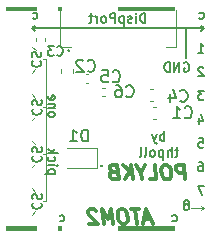
<source format=gbo>
%TF.GenerationSoftware,KiCad,Pcbnew,(5.1.9)-1*%
%TF.CreationDate,2021-09-16T08:42:28+02:00*%
%TF.ProjectId,poly_kb,706f6c79-5f6b-4622-9e6b-696361645f70,rev?*%
%TF.SameCoordinates,Original*%
%TF.FileFunction,Legend,Bot*%
%TF.FilePolarity,Positive*%
%FSLAX46Y46*%
G04 Gerber Fmt 4.6, Leading zero omitted, Abs format (unit mm)*
G04 Created by KiCad (PCBNEW (5.1.9)-1) date 2021-09-16 08:42:28*
%MOMM*%
%LPD*%
G01*
G04 APERTURE LIST*
%ADD10C,0.153000*%
%ADD11C,0.127000*%
%ADD12C,0.120000*%
%ADD13C,0.150000*%
%ADD14C,0.180000*%
%ADD15C,0.300000*%
%ADD16R,0.600000X0.450000*%
%ADD17R,0.300000X1.150000*%
%ADD18R,0.300000X0.650000*%
%ADD19C,2.200000*%
%ADD20C,4.000000*%
%ADD21C,1.700000*%
%ADD22R,2.000000X1.500000*%
%ADD23R,1.500000X1.500000*%
G04 APERTURE END LIST*
D10*
X263271023Y-108337309D02*
X263347214Y-108375404D01*
X263499595Y-108375404D01*
X263575785Y-108337309D01*
X263613880Y-108299214D01*
X263651976Y-108223023D01*
X263651976Y-107994452D01*
X263613880Y-107918261D01*
X263575785Y-107880166D01*
X263499595Y-107842071D01*
X263347214Y-107842071D01*
X263271023Y-107880166D01*
X277368023Y-108337309D02*
X277444214Y-108375404D01*
X277596595Y-108375404D01*
X277672785Y-108337309D01*
X277710880Y-108299214D01*
X277748976Y-108223023D01*
X277748976Y-107994452D01*
X277710880Y-107918261D01*
X277672785Y-107880166D01*
X277596595Y-107842071D01*
X277444214Y-107842071D01*
X277368023Y-107880166D01*
D11*
G36*
X263652000Y-126301500D02*
G01*
X260985000Y-126301500D01*
X260985000Y-125920500D01*
X263652000Y-125920500D01*
X263652000Y-126301500D01*
G37*
G36*
X265747500Y-126301500D02*
G01*
X265366500Y-126301500D01*
X265366500Y-125920500D01*
X265747500Y-125920500D01*
X265747500Y-126301500D01*
G37*
G36*
X265747500Y-107723000D02*
G01*
X265366500Y-107723000D01*
X265366500Y-107342000D01*
X265747500Y-107342000D01*
X265747500Y-107723000D01*
G37*
G36*
X263652000Y-107723000D02*
G01*
X260985000Y-107723000D01*
X260985000Y-107342000D01*
X263652000Y-107342000D01*
X263652000Y-107723000D01*
G37*
G36*
X275272500Y-126301500D02*
G01*
X270510000Y-126301500D01*
X270510000Y-125920500D01*
X275272500Y-125920500D01*
X275272500Y-126301500D01*
G37*
G36*
X275272500Y-107723000D02*
G01*
X270510000Y-107723000D01*
X270510000Y-107342000D01*
X275272500Y-107342000D01*
X275272500Y-107723000D01*
G37*
D12*
X263220200Y-110718600D02*
X263525000Y-110998000D01*
X263499600Y-112623600D02*
X263220200Y-112928400D01*
X263194800Y-114757200D02*
X263499600Y-115036600D01*
X263474200Y-116662200D02*
X263194800Y-116967000D01*
X263194800Y-118719600D02*
X263499600Y-118999000D01*
X263474200Y-120624600D02*
X263194800Y-120929400D01*
X263194800Y-122732800D02*
X263499600Y-123012200D01*
X263474200Y-124637800D02*
X263194800Y-124942600D01*
D13*
X274415190Y-118685904D02*
X274415190Y-117885904D01*
X274415190Y-118190666D02*
X274339000Y-118152571D01*
X274186619Y-118152571D01*
X274110428Y-118190666D01*
X274072333Y-118228761D01*
X274034238Y-118304952D01*
X274034238Y-118533523D01*
X274072333Y-118609714D01*
X274110428Y-118647809D01*
X274186619Y-118685904D01*
X274339000Y-118685904D01*
X274415190Y-118647809D01*
X273767571Y-118152571D02*
X273577095Y-118685904D01*
X273386619Y-118152571D02*
X273577095Y-118685904D01*
X273653285Y-118876380D01*
X273691380Y-118914476D01*
X273767571Y-118952571D01*
X275596142Y-119502571D02*
X275291380Y-119502571D01*
X275481857Y-119235904D02*
X275481857Y-119921619D01*
X275443761Y-119997809D01*
X275367571Y-120035904D01*
X275291380Y-120035904D01*
X275024714Y-120035904D02*
X275024714Y-119235904D01*
X274681857Y-120035904D02*
X274681857Y-119616857D01*
X274719952Y-119540666D01*
X274796142Y-119502571D01*
X274910428Y-119502571D01*
X274986619Y-119540666D01*
X275024714Y-119578761D01*
X274300904Y-119502571D02*
X274300904Y-120302571D01*
X274300904Y-119540666D02*
X274224714Y-119502571D01*
X274072333Y-119502571D01*
X273996142Y-119540666D01*
X273958047Y-119578761D01*
X273919952Y-119654952D01*
X273919952Y-119883523D01*
X273958047Y-119959714D01*
X273996142Y-119997809D01*
X274072333Y-120035904D01*
X274224714Y-120035904D01*
X274300904Y-119997809D01*
X273462809Y-120035904D02*
X273539000Y-119997809D01*
X273577095Y-119959714D01*
X273615190Y-119883523D01*
X273615190Y-119654952D01*
X273577095Y-119578761D01*
X273539000Y-119540666D01*
X273462809Y-119502571D01*
X273348523Y-119502571D01*
X273272333Y-119540666D01*
X273234238Y-119578761D01*
X273196142Y-119654952D01*
X273196142Y-119883523D01*
X273234238Y-119959714D01*
X273272333Y-119997809D01*
X273348523Y-120035904D01*
X273462809Y-120035904D01*
X272739000Y-120035904D02*
X272815190Y-119997809D01*
X272853285Y-119921619D01*
X272853285Y-119235904D01*
X272319952Y-120035904D02*
X272396142Y-119997809D01*
X272434238Y-119921619D01*
X272434238Y-119235904D01*
D12*
X264363200Y-123774200D02*
X264160000Y-123774200D01*
X264363200Y-119837200D02*
X264134600Y-119837200D01*
X264337800Y-115874800D02*
X264134600Y-115874800D01*
X264337800Y-111760000D02*
X264134600Y-111760000D01*
X264363200Y-111760000D02*
X264363200Y-123774200D01*
D13*
X265118828Y-121500485D02*
X264318828Y-121500485D01*
X265080733Y-121500485D02*
X265118828Y-121424295D01*
X265118828Y-121271914D01*
X265080733Y-121195723D01*
X265042638Y-121157628D01*
X264966447Y-121119533D01*
X264737876Y-121119533D01*
X264661685Y-121157628D01*
X264623590Y-121195723D01*
X264585495Y-121271914D01*
X264585495Y-121424295D01*
X264623590Y-121500485D01*
X264585495Y-120776676D02*
X265118828Y-120776676D01*
X265385495Y-120776676D02*
X265347400Y-120814771D01*
X265309304Y-120776676D01*
X265347400Y-120738580D01*
X265385495Y-120776676D01*
X265309304Y-120776676D01*
X264623590Y-120052866D02*
X264585495Y-120129057D01*
X264585495Y-120281438D01*
X264623590Y-120357628D01*
X264661685Y-120395723D01*
X264737876Y-120433819D01*
X264966447Y-120433819D01*
X265042638Y-120395723D01*
X265080733Y-120357628D01*
X265118828Y-120281438D01*
X265118828Y-120129057D01*
X265080733Y-120052866D01*
X264585495Y-119710009D02*
X265385495Y-119710009D01*
X264890257Y-119633819D02*
X264585495Y-119405247D01*
X265118828Y-119405247D02*
X264814066Y-119710009D01*
X264585495Y-116510009D02*
X264623590Y-116586200D01*
X264661685Y-116624295D01*
X264737876Y-116662390D01*
X264966447Y-116662390D01*
X265042638Y-116624295D01*
X265080733Y-116586200D01*
X265118828Y-116510009D01*
X265118828Y-116395723D01*
X265080733Y-116319533D01*
X265042638Y-116281438D01*
X264966447Y-116243342D01*
X264737876Y-116243342D01*
X264661685Y-116281438D01*
X264623590Y-116319533D01*
X264585495Y-116395723D01*
X264585495Y-116510009D01*
X265118828Y-115900485D02*
X264585495Y-115900485D01*
X265042638Y-115900485D02*
X265080733Y-115862390D01*
X265118828Y-115786200D01*
X265118828Y-115671914D01*
X265080733Y-115595723D01*
X265004542Y-115557628D01*
X264585495Y-115557628D01*
X264623590Y-114871914D02*
X264585495Y-114948104D01*
X264585495Y-115100485D01*
X264623590Y-115176676D01*
X264699780Y-115214771D01*
X265004542Y-115214771D01*
X265080733Y-115176676D01*
X265118828Y-115100485D01*
X265118828Y-114948104D01*
X265080733Y-114871914D01*
X265004542Y-114833819D01*
X264928352Y-114833819D01*
X264852161Y-115214771D01*
D14*
X276225000Y-109169200D02*
X276225000Y-111683800D01*
D12*
X276707600Y-124383800D02*
X277774400Y-124383800D01*
X277774400Y-124383800D02*
X277495000Y-124180600D01*
X277774400Y-124383800D02*
X277495000Y-124587000D01*
D14*
X268681200Y-109169200D02*
X277799800Y-109169200D01*
X277799800Y-109169200D02*
X277520400Y-108966000D01*
X277799800Y-109169200D02*
X277520400Y-109372400D01*
X263220200Y-109169200D02*
X263499600Y-109372400D01*
X263220200Y-109169200D02*
X263499600Y-108966000D01*
X268681200Y-109169200D02*
X263220200Y-109169200D01*
D10*
X275082023Y-125482309D02*
X275158214Y-125520404D01*
X275310595Y-125520404D01*
X275386785Y-125482309D01*
X275424880Y-125444214D01*
X275462976Y-125368023D01*
X275462976Y-125139452D01*
X275424880Y-125063261D01*
X275386785Y-125025166D01*
X275310595Y-124987071D01*
X275158214Y-124987071D01*
X275082023Y-125025166D01*
X265557023Y-125482309D02*
X265633214Y-125520404D01*
X265785595Y-125520404D01*
X265861785Y-125482309D01*
X265899880Y-125444214D01*
X265937976Y-125368023D01*
X265937976Y-125139452D01*
X265899880Y-125063261D01*
X265861785Y-125025166D01*
X265785595Y-124987071D01*
X265633214Y-124987071D01*
X265557023Y-125025166D01*
X276072523Y-112096600D02*
X276148714Y-112058504D01*
X276263000Y-112058504D01*
X276377285Y-112096600D01*
X276453476Y-112172790D01*
X276491571Y-112248980D01*
X276529666Y-112401361D01*
X276529666Y-112515647D01*
X276491571Y-112668028D01*
X276453476Y-112744219D01*
X276377285Y-112820409D01*
X276263000Y-112858504D01*
X276186809Y-112858504D01*
X276072523Y-112820409D01*
X276034428Y-112782314D01*
X276034428Y-112515647D01*
X276186809Y-112515647D01*
X275691571Y-112858504D02*
X275691571Y-112058504D01*
X275234428Y-112858504D01*
X275234428Y-112058504D01*
X274853476Y-112858504D02*
X274853476Y-112058504D01*
X274663000Y-112058504D01*
X274548714Y-112096600D01*
X274472523Y-112172790D01*
X274434428Y-112248980D01*
X274396333Y-112401361D01*
X274396333Y-112515647D01*
X274434428Y-112668028D01*
X274472523Y-112744219D01*
X274548714Y-112820409D01*
X274663000Y-112858504D01*
X274853476Y-112858504D01*
X263264685Y-111918733D02*
X263226590Y-111956828D01*
X263188495Y-112071114D01*
X263188495Y-112147304D01*
X263226590Y-112261590D01*
X263302780Y-112337780D01*
X263378971Y-112375876D01*
X263531352Y-112413971D01*
X263645638Y-112413971D01*
X263798019Y-112375876D01*
X263874209Y-112337780D01*
X263950400Y-112261590D01*
X263988495Y-112147304D01*
X263988495Y-112071114D01*
X263950400Y-111956828D01*
X263912304Y-111918733D01*
X263226590Y-111613971D02*
X263188495Y-111499685D01*
X263188495Y-111309209D01*
X263226590Y-111233019D01*
X263264685Y-111194923D01*
X263340876Y-111156828D01*
X263417066Y-111156828D01*
X263493257Y-111194923D01*
X263531352Y-111233019D01*
X263569447Y-111309209D01*
X263607542Y-111461590D01*
X263645638Y-111537780D01*
X263683733Y-111575876D01*
X263759923Y-111613971D01*
X263836114Y-111613971D01*
X263912304Y-111575876D01*
X263950400Y-111537780D01*
X263988495Y-111461590D01*
X263988495Y-111271114D01*
X263950400Y-111156828D01*
X263290085Y-115982733D02*
X263251990Y-116020828D01*
X263213895Y-116135114D01*
X263213895Y-116211304D01*
X263251990Y-116325590D01*
X263328180Y-116401780D01*
X263404371Y-116439876D01*
X263556752Y-116477971D01*
X263671038Y-116477971D01*
X263823419Y-116439876D01*
X263899609Y-116401780D01*
X263975800Y-116325590D01*
X264013895Y-116211304D01*
X264013895Y-116135114D01*
X263975800Y-116020828D01*
X263937704Y-115982733D01*
X263251990Y-115677971D02*
X263213895Y-115563685D01*
X263213895Y-115373209D01*
X263251990Y-115297019D01*
X263290085Y-115258923D01*
X263366276Y-115220828D01*
X263442466Y-115220828D01*
X263518657Y-115258923D01*
X263556752Y-115297019D01*
X263594847Y-115373209D01*
X263632942Y-115525590D01*
X263671038Y-115601780D01*
X263709133Y-115639876D01*
X263785323Y-115677971D01*
X263861514Y-115677971D01*
X263937704Y-115639876D01*
X263975800Y-115601780D01*
X264013895Y-115525590D01*
X264013895Y-115335114D01*
X263975800Y-115220828D01*
X263290085Y-119987465D02*
X263251990Y-120025560D01*
X263213895Y-120139846D01*
X263213895Y-120216036D01*
X263251990Y-120330322D01*
X263328180Y-120406512D01*
X263404371Y-120444608D01*
X263556752Y-120482703D01*
X263671038Y-120482703D01*
X263823419Y-120444608D01*
X263899609Y-120406512D01*
X263975800Y-120330322D01*
X264013895Y-120216036D01*
X264013895Y-120139846D01*
X263975800Y-120025560D01*
X263937704Y-119987465D01*
X263251990Y-119682703D02*
X263213895Y-119568417D01*
X263213895Y-119377941D01*
X263251990Y-119301751D01*
X263290085Y-119263655D01*
X263366276Y-119225560D01*
X263442466Y-119225560D01*
X263518657Y-119263655D01*
X263556752Y-119301751D01*
X263594847Y-119377941D01*
X263632942Y-119530322D01*
X263671038Y-119606512D01*
X263709133Y-119644608D01*
X263785323Y-119682703D01*
X263861514Y-119682703D01*
X263937704Y-119644608D01*
X263975800Y-119606512D01*
X264013895Y-119530322D01*
X264013895Y-119339846D01*
X263975800Y-119225560D01*
X263290085Y-123958333D02*
X263251990Y-123996428D01*
X263213895Y-124110714D01*
X263213895Y-124186904D01*
X263251990Y-124301190D01*
X263328180Y-124377380D01*
X263404371Y-124415476D01*
X263556752Y-124453571D01*
X263671038Y-124453571D01*
X263823419Y-124415476D01*
X263899609Y-124377380D01*
X263975800Y-124301190D01*
X264013895Y-124186904D01*
X264013895Y-124110714D01*
X263975800Y-123996428D01*
X263937704Y-123958333D01*
X263251990Y-123653571D02*
X263213895Y-123539285D01*
X263213895Y-123348809D01*
X263251990Y-123272619D01*
X263290085Y-123234523D01*
X263366276Y-123196428D01*
X263442466Y-123196428D01*
X263518657Y-123234523D01*
X263556752Y-123272619D01*
X263594847Y-123348809D01*
X263632942Y-123501190D01*
X263671038Y-123577380D01*
X263709133Y-123615476D01*
X263785323Y-123653571D01*
X263861514Y-123653571D01*
X263937704Y-123615476D01*
X263975800Y-123577380D01*
X264013895Y-123501190D01*
X264013895Y-123310714D01*
X263975800Y-123196428D01*
X276351990Y-124085361D02*
X276428180Y-124047266D01*
X276466276Y-124009171D01*
X276504371Y-123932980D01*
X276504371Y-123894885D01*
X276466276Y-123818695D01*
X276428180Y-123780600D01*
X276351990Y-123742504D01*
X276199609Y-123742504D01*
X276123419Y-123780600D01*
X276085323Y-123818695D01*
X276047228Y-123894885D01*
X276047228Y-123932980D01*
X276085323Y-124009171D01*
X276123419Y-124047266D01*
X276199609Y-124085361D01*
X276351990Y-124085361D01*
X276428180Y-124123457D01*
X276466276Y-124161552D01*
X276504371Y-124237742D01*
X276504371Y-124390123D01*
X276466276Y-124466314D01*
X276428180Y-124504409D01*
X276351990Y-124542504D01*
X276199609Y-124542504D01*
X276123419Y-124504409D01*
X276085323Y-124466314D01*
X276047228Y-124390123D01*
X276047228Y-124237742D01*
X276085323Y-124161552D01*
X276123419Y-124123457D01*
X276199609Y-124085361D01*
X277761666Y-122497904D02*
X277228333Y-122497904D01*
X277571190Y-123297904D01*
X277342619Y-120487069D02*
X277495000Y-120487069D01*
X277571190Y-120525165D01*
X277609285Y-120563260D01*
X277685476Y-120677545D01*
X277723571Y-120829926D01*
X277723571Y-121134688D01*
X277685476Y-121210879D01*
X277647380Y-121248974D01*
X277571190Y-121287069D01*
X277418809Y-121287069D01*
X277342619Y-121248974D01*
X277304523Y-121210879D01*
X277266428Y-121134688D01*
X277266428Y-120944212D01*
X277304523Y-120868022D01*
X277342619Y-120829926D01*
X277418809Y-120791831D01*
X277571190Y-120791831D01*
X277647380Y-120829926D01*
X277685476Y-120868022D01*
X277723571Y-120944212D01*
X277304523Y-118476236D02*
X277685476Y-118476236D01*
X277723571Y-118857189D01*
X277685476Y-118819093D01*
X277609285Y-118780998D01*
X277418809Y-118780998D01*
X277342619Y-118819093D01*
X277304523Y-118857189D01*
X277266428Y-118933379D01*
X277266428Y-119123855D01*
X277304523Y-119200046D01*
X277342619Y-119238141D01*
X277418809Y-119276236D01*
X277609285Y-119276236D01*
X277685476Y-119238141D01*
X277723571Y-119200046D01*
X277342619Y-116732070D02*
X277342619Y-117265403D01*
X277533095Y-116427308D02*
X277723571Y-116998737D01*
X277228333Y-116998737D01*
X277761666Y-114454570D02*
X277266428Y-114454570D01*
X277533095Y-114759332D01*
X277418809Y-114759332D01*
X277342619Y-114797427D01*
X277304523Y-114835523D01*
X277266428Y-114911713D01*
X277266428Y-115102189D01*
X277304523Y-115178380D01*
X277342619Y-115216475D01*
X277418809Y-115254570D01*
X277647380Y-115254570D01*
X277723571Y-115216475D01*
X277761666Y-115178380D01*
X277723571Y-112519928D02*
X277685476Y-112481833D01*
X277609285Y-112443737D01*
X277418809Y-112443737D01*
X277342619Y-112481833D01*
X277304523Y-112519928D01*
X277266428Y-112596118D01*
X277266428Y-112672309D01*
X277304523Y-112786594D01*
X277761666Y-113243737D01*
X277266428Y-113243737D01*
X277266428Y-111232904D02*
X277723571Y-111232904D01*
X277495000Y-111232904D02*
X277495000Y-110432904D01*
X277571190Y-110547190D01*
X277647380Y-110623380D01*
X277723571Y-110661476D01*
X272808409Y-108692904D02*
X272808409Y-107892904D01*
X272617933Y-107892904D01*
X272503647Y-107931000D01*
X272427457Y-108007190D01*
X272389361Y-108083380D01*
X272351266Y-108235761D01*
X272351266Y-108350047D01*
X272389361Y-108502428D01*
X272427457Y-108578619D01*
X272503647Y-108654809D01*
X272617933Y-108692904D01*
X272808409Y-108692904D01*
X272008409Y-108692904D02*
X272008409Y-108159571D01*
X272008409Y-107892904D02*
X272046504Y-107931000D01*
X272008409Y-107969095D01*
X271970314Y-107931000D01*
X272008409Y-107892904D01*
X272008409Y-107969095D01*
X271665552Y-108654809D02*
X271589361Y-108692904D01*
X271436980Y-108692904D01*
X271360790Y-108654809D01*
X271322695Y-108578619D01*
X271322695Y-108540523D01*
X271360790Y-108464333D01*
X271436980Y-108426238D01*
X271551266Y-108426238D01*
X271627457Y-108388142D01*
X271665552Y-108311952D01*
X271665552Y-108273857D01*
X271627457Y-108197666D01*
X271551266Y-108159571D01*
X271436980Y-108159571D01*
X271360790Y-108197666D01*
X270979838Y-108159571D02*
X270979838Y-108959571D01*
X270979838Y-108197666D02*
X270903647Y-108159571D01*
X270751266Y-108159571D01*
X270675076Y-108197666D01*
X270636980Y-108235761D01*
X270598885Y-108311952D01*
X270598885Y-108540523D01*
X270636980Y-108616714D01*
X270675076Y-108654809D01*
X270751266Y-108692904D01*
X270903647Y-108692904D01*
X270979838Y-108654809D01*
X270256028Y-108692904D02*
X270256028Y-107892904D01*
X269951266Y-107892904D01*
X269875076Y-107931000D01*
X269836980Y-107969095D01*
X269798885Y-108045285D01*
X269798885Y-108159571D01*
X269836980Y-108235761D01*
X269875076Y-108273857D01*
X269951266Y-108311952D01*
X270256028Y-108311952D01*
X269341742Y-108692904D02*
X269417933Y-108654809D01*
X269456028Y-108616714D01*
X269494123Y-108540523D01*
X269494123Y-108311952D01*
X269456028Y-108235761D01*
X269417933Y-108197666D01*
X269341742Y-108159571D01*
X269227457Y-108159571D01*
X269151266Y-108197666D01*
X269113171Y-108235761D01*
X269075076Y-108311952D01*
X269075076Y-108540523D01*
X269113171Y-108616714D01*
X269151266Y-108654809D01*
X269227457Y-108692904D01*
X269341742Y-108692904D01*
X268732219Y-108692904D02*
X268732219Y-108159571D01*
X268732219Y-108311952D02*
X268694123Y-108235761D01*
X268656028Y-108197666D01*
X268579838Y-108159571D01*
X268503647Y-108159571D01*
X268351266Y-108159571D02*
X268046504Y-108159571D01*
X268236980Y-107892904D02*
X268236980Y-108578619D01*
X268198885Y-108654809D01*
X268122695Y-108692904D01*
X268046504Y-108692904D01*
D13*
X266319000Y-110974142D02*
X266271380Y-111021761D01*
X266319000Y-111069380D01*
X266366619Y-111021761D01*
X266319000Y-110974142D01*
X266319000Y-111069380D01*
X269113000Y-120753142D02*
X269065380Y-120800761D01*
X269113000Y-120848380D01*
X269160619Y-120800761D01*
X269113000Y-120753142D01*
X269113000Y-120848380D01*
D15*
X273276246Y-125358500D02*
X272704817Y-125358500D01*
X273433389Y-125701357D02*
X272883389Y-124501357D01*
X272633389Y-125701357D01*
X272254817Y-124501357D02*
X271569103Y-124501357D01*
X272061960Y-125701357D02*
X271911960Y-124501357D01*
X270940532Y-124501357D02*
X270711960Y-124501357D01*
X270604817Y-124558500D01*
X270504817Y-124672785D01*
X270476246Y-124901357D01*
X270526246Y-125301357D01*
X270611960Y-125529928D01*
X270740532Y-125644214D01*
X270861960Y-125701357D01*
X271090532Y-125701357D01*
X271197675Y-125644214D01*
X271297675Y-125529928D01*
X271326246Y-125301357D01*
X271276246Y-124901357D01*
X271190532Y-124672785D01*
X271061960Y-124558500D01*
X270940532Y-124501357D01*
X270061960Y-125701357D02*
X269911960Y-124501357D01*
X269619103Y-125358500D01*
X269111960Y-124501357D01*
X269261960Y-125701357D01*
X268611960Y-124615642D02*
X268547675Y-124558500D01*
X268426246Y-124501357D01*
X268140532Y-124501357D01*
X268033389Y-124558500D01*
X267983389Y-124615642D01*
X267940532Y-124729928D01*
X267954817Y-124844214D01*
X268033389Y-125015642D01*
X268804817Y-125701357D01*
X268061960Y-125701357D01*
X276195589Y-121954857D02*
X276045589Y-120754857D01*
X275588446Y-120754857D01*
X275481303Y-120812000D01*
X275431303Y-120869142D01*
X275388446Y-120983428D01*
X275409875Y-121154857D01*
X275481303Y-121269142D01*
X275545589Y-121326285D01*
X275667017Y-121383428D01*
X276124160Y-121383428D01*
X274617017Y-120754857D02*
X274388446Y-120754857D01*
X274281303Y-120812000D01*
X274181303Y-120926285D01*
X274152732Y-121154857D01*
X274202732Y-121554857D01*
X274288446Y-121783428D01*
X274417017Y-121897714D01*
X274538446Y-121954857D01*
X274767017Y-121954857D01*
X274874160Y-121897714D01*
X274974160Y-121783428D01*
X275002732Y-121554857D01*
X274952732Y-121154857D01*
X274867017Y-120926285D01*
X274738446Y-120812000D01*
X274617017Y-120754857D01*
X273167017Y-121954857D02*
X273738446Y-121954857D01*
X273588446Y-120754857D01*
X272467017Y-121383428D02*
X272538446Y-121954857D01*
X272788446Y-120754857D02*
X272467017Y-121383428D01*
X271988446Y-120754857D01*
X271738446Y-121954857D02*
X271588446Y-120754857D01*
X271052732Y-121954857D02*
X271481303Y-121269142D01*
X270902732Y-120754857D02*
X271674160Y-121440571D01*
X270059875Y-121326285D02*
X269895589Y-121383428D01*
X269845589Y-121440571D01*
X269802732Y-121554857D01*
X269824160Y-121726285D01*
X269895589Y-121840571D01*
X269959875Y-121897714D01*
X270081303Y-121954857D01*
X270538446Y-121954857D01*
X270388446Y-120754857D01*
X269988446Y-120754857D01*
X269881303Y-120812000D01*
X269831303Y-120869142D01*
X269788446Y-120983428D01*
X269802732Y-121097714D01*
X269874160Y-121212000D01*
X269938446Y-121269142D01*
X270059875Y-121326285D01*
X270459875Y-121326285D01*
D12*
%TO.C,D1*%
X268708000Y-119292000D02*
X266158000Y-119292000D01*
X268708000Y-120992000D02*
X266158000Y-120992000D01*
X268708000Y-119292000D02*
X268708000Y-120992000D01*
%TO.C,J1*%
X275405000Y-110725000D02*
X274510000Y-110725000D01*
X265615000Y-110725000D02*
X266510000Y-110725000D01*
X275410000Y-107620000D02*
X275410000Y-110725000D01*
X265615000Y-107625000D02*
X265615000Y-110725000D01*
%TO.C,C4*%
X273444580Y-115318000D02*
X273163420Y-115318000D01*
X273444580Y-114298000D02*
X273163420Y-114298000D01*
%TO.C,C6*%
X269132164Y-114914000D02*
X269347836Y-114914000D01*
X269132164Y-114194000D02*
X269347836Y-114194000D01*
%TO.C,C5*%
X267763164Y-113771000D02*
X267978836Y-113771000D01*
X267763164Y-113051000D02*
X267978836Y-113051000D01*
%TO.C,C3*%
X264266000Y-110216836D02*
X264266000Y-110001164D01*
X263546000Y-110216836D02*
X263546000Y-110001164D01*
%TO.C,C2*%
X266702000Y-112916580D02*
X266702000Y-112635420D01*
X265682000Y-112916580D02*
X265682000Y-112635420D01*
%TO.C,C1*%
X273698580Y-115822000D02*
X273417420Y-115822000D01*
X273698580Y-116842000D02*
X273417420Y-116842000D01*
%TO.C,D1*%
D13*
X267946095Y-118744380D02*
X267946095Y-117744380D01*
X267708000Y-117744380D01*
X267565142Y-117792000D01*
X267469904Y-117887238D01*
X267422285Y-117982476D01*
X267374666Y-118172952D01*
X267374666Y-118315809D01*
X267422285Y-118506285D01*
X267469904Y-118601523D01*
X267565142Y-118696761D01*
X267708000Y-118744380D01*
X267946095Y-118744380D01*
X266422285Y-118744380D02*
X266993714Y-118744380D01*
X266708000Y-118744380D02*
X266708000Y-117744380D01*
X266803238Y-117887238D01*
X266898476Y-117982476D01*
X266993714Y-118030095D01*
%TO.C,C4*%
X275756666Y-115292142D02*
X275804285Y-115339761D01*
X275947142Y-115387380D01*
X276042380Y-115387380D01*
X276185238Y-115339761D01*
X276280476Y-115244523D01*
X276328095Y-115149285D01*
X276375714Y-114958809D01*
X276375714Y-114815952D01*
X276328095Y-114625476D01*
X276280476Y-114530238D01*
X276185238Y-114435000D01*
X276042380Y-114387380D01*
X275947142Y-114387380D01*
X275804285Y-114435000D01*
X275756666Y-114482619D01*
X274899523Y-114720714D02*
X274899523Y-115387380D01*
X275137619Y-114339761D02*
X275375714Y-115054047D01*
X274756666Y-115054047D01*
%TO.C,C6*%
X271184666Y-114911142D02*
X271232285Y-114958761D01*
X271375142Y-115006380D01*
X271470380Y-115006380D01*
X271613238Y-114958761D01*
X271708476Y-114863523D01*
X271756095Y-114768285D01*
X271803714Y-114577809D01*
X271803714Y-114434952D01*
X271756095Y-114244476D01*
X271708476Y-114149238D01*
X271613238Y-114054000D01*
X271470380Y-114006380D01*
X271375142Y-114006380D01*
X271232285Y-114054000D01*
X271184666Y-114101619D01*
X270327523Y-114006380D02*
X270518000Y-114006380D01*
X270613238Y-114054000D01*
X270660857Y-114101619D01*
X270756095Y-114244476D01*
X270803714Y-114434952D01*
X270803714Y-114815904D01*
X270756095Y-114911142D01*
X270708476Y-114958761D01*
X270613238Y-115006380D01*
X270422761Y-115006380D01*
X270327523Y-114958761D01*
X270279904Y-114911142D01*
X270232285Y-114815904D01*
X270232285Y-114577809D01*
X270279904Y-114482571D01*
X270327523Y-114434952D01*
X270422761Y-114387333D01*
X270613238Y-114387333D01*
X270708476Y-114434952D01*
X270756095Y-114482571D01*
X270803714Y-114577809D01*
%TO.C,C5*%
X270041666Y-113641142D02*
X270089285Y-113688761D01*
X270232142Y-113736380D01*
X270327380Y-113736380D01*
X270470238Y-113688761D01*
X270565476Y-113593523D01*
X270613095Y-113498285D01*
X270660714Y-113307809D01*
X270660714Y-113164952D01*
X270613095Y-112974476D01*
X270565476Y-112879238D01*
X270470238Y-112784000D01*
X270327380Y-112736380D01*
X270232142Y-112736380D01*
X270089285Y-112784000D01*
X270041666Y-112831619D01*
X269136904Y-112736380D02*
X269613095Y-112736380D01*
X269660714Y-113212571D01*
X269613095Y-113164952D01*
X269517857Y-113117333D01*
X269279761Y-113117333D01*
X269184523Y-113164952D01*
X269136904Y-113212571D01*
X269089285Y-113307809D01*
X269089285Y-113545904D01*
X269136904Y-113641142D01*
X269184523Y-113688761D01*
X269279761Y-113736380D01*
X269517857Y-113736380D01*
X269613095Y-113688761D01*
X269660714Y-113641142D01*
%TO.C,C3*%
D10*
X265309333Y-111410714D02*
X265347428Y-111448809D01*
X265461714Y-111486904D01*
X265537904Y-111486904D01*
X265652190Y-111448809D01*
X265728380Y-111372619D01*
X265766476Y-111296428D01*
X265804571Y-111144047D01*
X265804571Y-111029761D01*
X265766476Y-110877380D01*
X265728380Y-110801190D01*
X265652190Y-110725000D01*
X265537904Y-110686904D01*
X265461714Y-110686904D01*
X265347428Y-110725000D01*
X265309333Y-110763095D01*
X265042666Y-110686904D02*
X264547428Y-110686904D01*
X264814095Y-110991666D01*
X264699809Y-110991666D01*
X264623619Y-111029761D01*
X264585523Y-111067857D01*
X264547428Y-111144047D01*
X264547428Y-111334523D01*
X264585523Y-111410714D01*
X264623619Y-111448809D01*
X264699809Y-111486904D01*
X264928380Y-111486904D01*
X265004571Y-111448809D01*
X265042666Y-111410714D01*
%TO.C,C2*%
D13*
X267908066Y-112752142D02*
X267955685Y-112799761D01*
X268098542Y-112847380D01*
X268193780Y-112847380D01*
X268336638Y-112799761D01*
X268431876Y-112704523D01*
X268479495Y-112609285D01*
X268527114Y-112418809D01*
X268527114Y-112275952D01*
X268479495Y-112085476D01*
X268431876Y-111990238D01*
X268336638Y-111895000D01*
X268193780Y-111847380D01*
X268098542Y-111847380D01*
X267955685Y-111895000D01*
X267908066Y-111942619D01*
X267527114Y-111942619D02*
X267479495Y-111895000D01*
X267384257Y-111847380D01*
X267146161Y-111847380D01*
X267050923Y-111895000D01*
X267003304Y-111942619D01*
X266955685Y-112037857D01*
X266955685Y-112133095D01*
X267003304Y-112275952D01*
X267574733Y-112847380D01*
X266955685Y-112847380D01*
%TO.C,C1*%
X276137666Y-116689142D02*
X276185285Y-116736761D01*
X276328142Y-116784380D01*
X276423380Y-116784380D01*
X276566238Y-116736761D01*
X276661476Y-116641523D01*
X276709095Y-116546285D01*
X276756714Y-116355809D01*
X276756714Y-116212952D01*
X276709095Y-116022476D01*
X276661476Y-115927238D01*
X276566238Y-115832000D01*
X276423380Y-115784380D01*
X276328142Y-115784380D01*
X276185285Y-115832000D01*
X276137666Y-115879619D01*
X275185285Y-116784380D02*
X275756714Y-116784380D01*
X275471000Y-116784380D02*
X275471000Y-115784380D01*
X275566238Y-115927238D01*
X275661476Y-116022476D01*
X275756714Y-116070095D01*
%TD*%
%LPC*%
D16*
%TO.C,D1*%
X266158000Y-120142000D03*
X268258000Y-120142000D03*
%TD*%
D17*
%TO.C,J1*%
X274895000Y-108315000D03*
X266125000Y-108315000D03*
D18*
X274260000Y-111125000D03*
X273760000Y-111125000D03*
X273260000Y-111125000D03*
X272760000Y-111125000D03*
X272260000Y-111125000D03*
X271760000Y-111125000D03*
X271260000Y-111125000D03*
X270760000Y-111125000D03*
X270260000Y-111125000D03*
X269760000Y-111125000D03*
X269260000Y-111125000D03*
X268760000Y-111125000D03*
X268260000Y-111125000D03*
X267760000Y-111125000D03*
X267260000Y-111125000D03*
X266760000Y-111125000D03*
%TD*%
D19*
%TO.C,SW1*%
X273050000Y-113030000D03*
X266700000Y-115570000D03*
D20*
X270510000Y-118110000D03*
D21*
X265430000Y-118110000D03*
X275590000Y-118110000D03*
%TD*%
D11*
%TO.C,J5*%
G36*
X262101000Y-124090000D02*
G01*
X262101000Y-123590000D01*
X263001000Y-122690000D01*
X263001000Y-124990000D01*
X262101000Y-124090000D01*
G37*
G36*
X262101000Y-120090000D02*
G01*
X262101000Y-119590000D01*
X263001000Y-118690000D01*
X263001000Y-120990000D01*
X262101000Y-120090000D01*
G37*
G36*
X262101000Y-116090000D02*
G01*
X262101000Y-115590000D01*
X263001000Y-114690000D01*
X263001000Y-116990000D01*
X262101000Y-116090000D01*
G37*
G36*
X262101000Y-112090000D02*
G01*
X262101000Y-111590000D01*
X263001000Y-110690000D01*
X263001000Y-112990000D01*
X262101000Y-112090000D01*
G37*
G36*
X261801000Y-124090000D02*
G01*
X263001000Y-125290000D01*
X263001000Y-125590000D01*
X261001000Y-125590000D01*
X261001000Y-124090000D01*
X261801000Y-124090000D01*
G37*
G36*
X263001000Y-122090000D02*
G01*
X263001000Y-122390000D01*
X261801000Y-123590000D01*
X261001000Y-123590000D01*
X261001000Y-122090000D01*
X263001000Y-122090000D01*
G37*
G36*
X261801000Y-120090000D02*
G01*
X263001000Y-121290000D01*
X263001000Y-121590000D01*
X261001000Y-121590000D01*
X261001000Y-120090000D01*
X261801000Y-120090000D01*
G37*
G36*
X263001000Y-118090000D02*
G01*
X263001000Y-118390000D01*
X261801000Y-119590000D01*
X261001000Y-119590000D01*
X261001000Y-118090000D01*
X263001000Y-118090000D01*
G37*
G36*
X261801000Y-116090000D02*
G01*
X263001000Y-117290000D01*
X263001000Y-117590000D01*
X261001000Y-117590000D01*
X261001000Y-116090000D01*
X261801000Y-116090000D01*
G37*
G36*
X263001000Y-114090000D02*
G01*
X263001000Y-114390000D01*
X261801000Y-115590000D01*
X261001000Y-115590000D01*
X261001000Y-114090000D01*
X263001000Y-114090000D01*
G37*
G36*
X261801000Y-112090000D02*
G01*
X263001000Y-113290000D01*
X263001000Y-113590000D01*
X261001000Y-113590000D01*
X261001000Y-112090000D01*
X261801000Y-112090000D01*
G37*
G36*
X263001000Y-110090000D02*
G01*
X263001000Y-110390000D01*
X261801000Y-111590000D01*
X261001000Y-111590000D01*
X261001000Y-110090000D01*
X263001000Y-110090000D01*
G37*
D22*
X262001000Y-108840000D03*
%TD*%
%TO.C,J6*%
X279019000Y-124840000D03*
X279019000Y-122840000D03*
X279019000Y-120840000D03*
X279019000Y-108840000D03*
X279019000Y-118840000D03*
X279019000Y-110840000D03*
X279019000Y-112840000D03*
X279019000Y-114840000D03*
X279019000Y-116840000D03*
%TD*%
D23*
%TO.C,J9*%
X276479000Y-125603000D03*
%TD*%
%TO.C,J8*%
X264541000Y-108077000D03*
%TD*%
%TO.C,J7*%
X264541000Y-125603000D03*
%TD*%
%TO.C,J2*%
X276479000Y-108077000D03*
%TD*%
%TO.C,C4*%
G36*
G01*
X272979000Y-114558000D02*
X272979000Y-115058000D01*
G75*
G02*
X272754000Y-115283000I-225000J0D01*
G01*
X272304000Y-115283000D01*
G75*
G02*
X272079000Y-115058000I0J225000D01*
G01*
X272079000Y-114558000D01*
G75*
G02*
X272304000Y-114333000I225000J0D01*
G01*
X272754000Y-114333000D01*
G75*
G02*
X272979000Y-114558000I0J-225000D01*
G01*
G37*
G36*
G01*
X274529000Y-114558000D02*
X274529000Y-115058000D01*
G75*
G02*
X274304000Y-115283000I-225000J0D01*
G01*
X273854000Y-115283000D01*
G75*
G02*
X273629000Y-115058000I0J225000D01*
G01*
X273629000Y-114558000D01*
G75*
G02*
X273854000Y-114333000I225000J0D01*
G01*
X274304000Y-114333000D01*
G75*
G02*
X274529000Y-114558000I0J-225000D01*
G01*
G37*
%TD*%
%TO.C,C6*%
G36*
G01*
X269440000Y-114724000D02*
X269440000Y-114384000D01*
G75*
G02*
X269580000Y-114244000I140000J0D01*
G01*
X269860000Y-114244000D01*
G75*
G02*
X270000000Y-114384000I0J-140000D01*
G01*
X270000000Y-114724000D01*
G75*
G02*
X269860000Y-114864000I-140000J0D01*
G01*
X269580000Y-114864000D01*
G75*
G02*
X269440000Y-114724000I0J140000D01*
G01*
G37*
G36*
G01*
X268480000Y-114724000D02*
X268480000Y-114384000D01*
G75*
G02*
X268620000Y-114244000I140000J0D01*
G01*
X268900000Y-114244000D01*
G75*
G02*
X269040000Y-114384000I0J-140000D01*
G01*
X269040000Y-114724000D01*
G75*
G02*
X268900000Y-114864000I-140000J0D01*
G01*
X268620000Y-114864000D01*
G75*
G02*
X268480000Y-114724000I0J140000D01*
G01*
G37*
%TD*%
%TO.C,C5*%
G36*
G01*
X268071000Y-113581000D02*
X268071000Y-113241000D01*
G75*
G02*
X268211000Y-113101000I140000J0D01*
G01*
X268491000Y-113101000D01*
G75*
G02*
X268631000Y-113241000I0J-140000D01*
G01*
X268631000Y-113581000D01*
G75*
G02*
X268491000Y-113721000I-140000J0D01*
G01*
X268211000Y-113721000D01*
G75*
G02*
X268071000Y-113581000I0J140000D01*
G01*
G37*
G36*
G01*
X267111000Y-113581000D02*
X267111000Y-113241000D01*
G75*
G02*
X267251000Y-113101000I140000J0D01*
G01*
X267531000Y-113101000D01*
G75*
G02*
X267671000Y-113241000I0J-140000D01*
G01*
X267671000Y-113581000D01*
G75*
G02*
X267531000Y-113721000I-140000J0D01*
G01*
X267251000Y-113721000D01*
G75*
G02*
X267111000Y-113581000I0J140000D01*
G01*
G37*
%TD*%
%TO.C,C3*%
G36*
G01*
X264076000Y-109909000D02*
X263736000Y-109909000D01*
G75*
G02*
X263596000Y-109769000I0J140000D01*
G01*
X263596000Y-109489000D01*
G75*
G02*
X263736000Y-109349000I140000J0D01*
G01*
X264076000Y-109349000D01*
G75*
G02*
X264216000Y-109489000I0J-140000D01*
G01*
X264216000Y-109769000D01*
G75*
G02*
X264076000Y-109909000I-140000J0D01*
G01*
G37*
G36*
G01*
X264076000Y-110869000D02*
X263736000Y-110869000D01*
G75*
G02*
X263596000Y-110729000I0J140000D01*
G01*
X263596000Y-110449000D01*
G75*
G02*
X263736000Y-110309000I140000J0D01*
G01*
X264076000Y-110309000D01*
G75*
G02*
X264216000Y-110449000I0J-140000D01*
G01*
X264216000Y-110729000D01*
G75*
G02*
X264076000Y-110869000I-140000J0D01*
G01*
G37*
%TD*%
%TO.C,C2*%
G36*
G01*
X266442000Y-112451000D02*
X265942000Y-112451000D01*
G75*
G02*
X265717000Y-112226000I0J225000D01*
G01*
X265717000Y-111776000D01*
G75*
G02*
X265942000Y-111551000I225000J0D01*
G01*
X266442000Y-111551000D01*
G75*
G02*
X266667000Y-111776000I0J-225000D01*
G01*
X266667000Y-112226000D01*
G75*
G02*
X266442000Y-112451000I-225000J0D01*
G01*
G37*
G36*
G01*
X266442000Y-114001000D02*
X265942000Y-114001000D01*
G75*
G02*
X265717000Y-113776000I0J225000D01*
G01*
X265717000Y-113326000D01*
G75*
G02*
X265942000Y-113101000I225000J0D01*
G01*
X266442000Y-113101000D01*
G75*
G02*
X266667000Y-113326000I0J-225000D01*
G01*
X266667000Y-113776000D01*
G75*
G02*
X266442000Y-114001000I-225000J0D01*
G01*
G37*
%TD*%
%TO.C,C1*%
G36*
G01*
X273233000Y-116082000D02*
X273233000Y-116582000D01*
G75*
G02*
X273008000Y-116807000I-225000J0D01*
G01*
X272558000Y-116807000D01*
G75*
G02*
X272333000Y-116582000I0J225000D01*
G01*
X272333000Y-116082000D01*
G75*
G02*
X272558000Y-115857000I225000J0D01*
G01*
X273008000Y-115857000D01*
G75*
G02*
X273233000Y-116082000I0J-225000D01*
G01*
G37*
G36*
G01*
X274783000Y-116082000D02*
X274783000Y-116582000D01*
G75*
G02*
X274558000Y-116807000I-225000J0D01*
G01*
X274108000Y-116807000D01*
G75*
G02*
X273883000Y-116582000I0J225000D01*
G01*
X273883000Y-116082000D01*
G75*
G02*
X274108000Y-115857000I225000J0D01*
G01*
X274558000Y-115857000D01*
G75*
G02*
X274783000Y-116082000I0J-225000D01*
G01*
G37*
%TD*%
M02*

</source>
